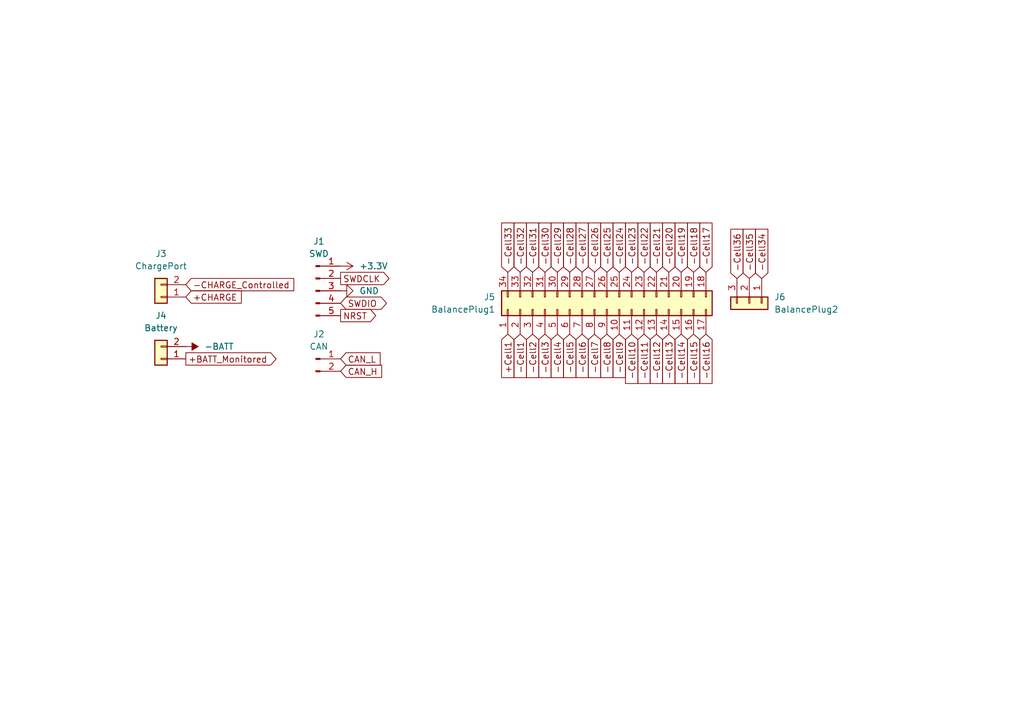
<source format=kicad_sch>
(kicad_sch (version 20230121) (generator eeschema)
  (paper "A5")
  (title_block (title "Ports/Connectors") (date "2023-09-06") (rev "1") (company "Dynamium"))
  (lib_symbols
    (symbol "Connector:Conn_01x02_Male" (pin_names (offset 1.016) hide)
      (property "Reference" "J" (at 0 2.54 0))
      (property "Value" "Conn_01x02_Male" (at 0 -5.08 0))
      (symbol "Conn_01x02_Male_1_1"
        (polyline (pts (xy 1.27 -2.54) (xy 0.8636 -2.54)) (stroke (width 0.1524)))
        (polyline (pts (xy 1.27 0) (xy 0.8636 0)) (stroke (width 0.1524)))
        (rectangle (start 0.8636 -2.413) (end 0 -2.667) (stroke (width 0.1524)) (fill (type outline)))
        (rectangle (start 0.8636 0.127) (end 0 -0.127) (stroke (width 0.1524)) (fill (type outline)))
        (pin passive line (at 5.08 0 180) (length 3.81) (name "Pin_1") (number "1"))
        (pin passive line (at 5.08 -2.54 180) (length 3.81) (name "Pin_2") (number "2"))
      )
    )
    (symbol "Connector:Conn_01x05_Pin" (pin_names (offset 1.016) hide)
      (property "Reference" "J" (at 0 7.62 0))
      (property "Value" "Conn_01x05_Pin" (at 0 -7.62 0))
      (symbol "Conn_01x05_Pin_1_1"
        (polyline (pts (xy 1.27 -5.08) (xy 0.8636 -5.08)) (stroke (width 0.1524)))
        (polyline (pts (xy 1.27 -2.54) (xy 0.8636 -2.54)) (stroke (width 0.1524)))
        (polyline (pts (xy 1.27 0) (xy 0.8636 0)) (stroke (width 0.1524)))
        (polyline (pts (xy 1.27 2.54) (xy 0.8636 2.54)) (stroke (width 0.1524)))
        (polyline (pts (xy 1.27 5.08) (xy 0.8636 5.08)) (stroke (width 0.1524)))
        (rectangle (start 0.8636 -4.953) (end 0 -5.207) (stroke (width 0.1524)) (fill (type outline)))
        (rectangle (start 0.8636 -2.413) (end 0 -2.667) (stroke (width 0.1524)) (fill (type outline)))
        (rectangle (start 0.8636 0.127) (end 0 -0.127) (stroke (width 0.1524)) (fill (type outline)))
        (rectangle (start 0.8636 2.667) (end 0 2.413) (stroke (width 0.1524)) (fill (type outline)))
        (rectangle (start 0.8636 5.207) (end 0 4.953) (stroke (width 0.1524)) (fill (type outline)))
        (pin passive line (at 5.08 5.08 180) (length 3.81) (name "Pin_1") (number "1"))
        (pin passive line (at 5.08 2.54 180) (length 3.81) (name "Pin_2") (number "2"))
        (pin passive line (at 5.08 0 180) (length 3.81) (name "Pin_3") (number "3"))
        (pin passive line (at 5.08 -2.54 180) (length 3.81) (name "Pin_4") (number "4"))
        (pin passive line (at 5.08 -5.08 180) (length 3.81) (name "Pin_5") (number "5"))
      )
    )
    (symbol "Connector_Generic:Conn_01x02" (pin_names (offset 1.016) hide)
      (property "Reference" "J" (at 0 2.54 0))
      (property "Value" "Conn_01x02" (at 0 -5.08 0))
      (symbol "Conn_01x02_1_1"
        (rectangle (start -1.27 -2.413) (end 0 -2.667) (stroke (width 0.1524)))
        (rectangle (start -1.27 0.127) (end 0 -0.127) (stroke (width 0.1524)))
        (rectangle (start -1.27 1.27) (end 1.27 -3.81) (stroke (width 0.254)) (fill (type background)))
        (pin passive line (at -5.08 0 0) (length 3.81) (name "Pin_1") (number "1"))
        (pin passive line (at -5.08 -2.54 0) (length 3.81) (name "Pin_2") (number "2"))
      )
    )
    (symbol "Connector_Generic:Conn_01x03" (pin_names (offset 1.016) hide)
      (property "Reference" "J" (at 0 5.08 0))
      (property "Value" "Conn_01x03" (at 0 -5.08 0))
      (symbol "Conn_01x03_1_1"
        (rectangle (start -1.27 -2.413) (end 0 -2.667) (stroke (width 0.1524)))
        (rectangle (start -1.27 0.127) (end 0 -0.127) (stroke (width 0.1524)))
        (rectangle (start -1.27 2.667) (end 0 2.413) (stroke (width 0.1524)))
        (rectangle (start -1.27 3.81) (end 1.27 -3.81) (stroke (width 0.254)) (fill (type background)))
        (pin passive line (at -5.08 2.54 0) (length 3.81) (name "Pin_1") (number "1"))
        (pin passive line (at -5.08 0 0) (length 3.81) (name "Pin_2") (number "2"))
        (pin passive line (at -5.08 -2.54 0) (length 3.81) (name "Pin_3") (number "3"))
      )
    )
    (symbol "Connector_Generic:Conn_02x17_Counter_Clockwise" (pin_names (offset 1.016) hide)
      (property "Reference" "J" (at 1.27 22.86 0))
      (property "Value" "Conn_02x17_Counter_Clockwise" (at 1.27 -22.86 0))
      (symbol "Conn_02x17_Counter_Clockwise_1_1"
        (rectangle (start -1.27 -20.193) (end 0 -20.447) (stroke (width 0.1524)))
        (rectangle (start -1.27 -17.653) (end 0 -17.907) (stroke (width 0.1524)))
        (rectangle (start -1.27 -15.113) (end 0 -15.367) (stroke (width 0.1524)))
        (rectangle (start -1.27 -12.573) (end 0 -12.827) (stroke (width 0.1524)))
        (rectangle (start -1.27 -10.033) (end 0 -10.287) (stroke (width 0.1524)))
        (rectangle (start -1.27 -7.493) (end 0 -7.747) (stroke (width 0.1524)))
        (rectangle (start -1.27 -4.953) (end 0 -5.207) (stroke (width 0.1524)))
        (rectangle (start -1.27 -2.413) (end 0 -2.667) (stroke (width 0.1524)))
        (rectangle (start -1.27 0.127) (end 0 -0.127) (stroke (width 0.1524)))
        (rectangle (start -1.27 2.667) (end 0 2.413) (stroke (width 0.1524)))
        (rectangle (start -1.27 5.207) (end 0 4.953) (stroke (width 0.1524)))
        (rectangle (start -1.27 7.747) (end 0 7.493) (stroke (width 0.1524)))
        (rectangle (start -1.27 10.287) (end 0 10.033) (stroke (width 0.1524)))
        (rectangle (start -1.27 12.827) (end 0 12.573) (stroke (width 0.1524)))
        (rectangle (start -1.27 15.367) (end 0 15.113) (stroke (width 0.1524)))
        (rectangle (start -1.27 17.907) (end 0 17.653) (stroke (width 0.1524)))
        (rectangle (start -1.27 20.447) (end 0 20.193) (stroke (width 0.1524)))
        (rectangle (start -1.27 21.59) (end 3.81 -21.59) (stroke (width 0.254)) (fill (type background)))
        (rectangle (start 3.81 -20.193) (end 2.54 -20.447) (stroke (width 0.1524)))
        (rectangle (start 3.81 -17.653) (end 2.54 -17.907) (stroke (width 0.1524)))
        (rectangle (start 3.81 -15.113) (end 2.54 -15.367) (stroke (width 0.1524)))
        (rectangle (start 3.81 -12.573) (end 2.54 -12.827) (stroke (width 0.1524)))
        (rectangle (start 3.81 -10.033) (end 2.54 -10.287) (stroke (width 0.1524)))
        (rectangle (start 3.81 -7.493) (end 2.54 -7.747) (stroke (width 0.1524)))
        (rectangle (start 3.81 -4.953) (end 2.54 -5.207) (stroke (width 0.1524)))
        (rectangle (start 3.81 -2.413) (end 2.54 -2.667) (stroke (width 0.1524)))
        (rectangle (start 3.81 0.127) (end 2.54 -0.127) (stroke (width 0.1524)))
        (rectangle (start 3.81 2.667) (end 2.54 2.413) (stroke (width 0.1524)))
        (rectangle (start 3.81 5.207) (end 2.54 4.953) (stroke (width 0.1524)))
        (rectangle (start 3.81 7.747) (end 2.54 7.493) (stroke (width 0.1524)))
        (rectangle (start 3.81 10.287) (end 2.54 10.033) (stroke (width 0.1524)))
        (rectangle (start 3.81 12.827) (end 2.54 12.573) (stroke (width 0.1524)))
        (rectangle (start 3.81 15.367) (end 2.54 15.113) (stroke (width 0.1524)))
        (rectangle (start 3.81 17.907) (end 2.54 17.653) (stroke (width 0.1524)))
        (rectangle (start 3.81 20.447) (end 2.54 20.193) (stroke (width 0.1524)))
        (pin passive line (at -5.08 20.32 0) (length 3.81) (name "Pin_1") (number "1"))
        (pin passive line (at -5.08 -2.54 0) (length 3.81) (name "Pin_10") (number "10"))
        (pin passive line (at -5.08 -5.08 0) (length 3.81) (name "Pin_11") (number "11"))
        (pin passive line (at -5.08 -7.62 0) (length 3.81) (name "Pin_12") (number "12"))
        (pin passive line (at -5.08 -10.16 0) (length 3.81) (name "Pin_13") (number "13"))
        (pin passive line (at -5.08 -12.7 0) (length 3.81) (name "Pin_14") (number "14"))
        (pin passive line (at -5.08 -15.24 0) (length 3.81) (name "Pin_15") (number "15"))
        (pin passive line (at -5.08 -17.78 0) (length 3.81) (name "Pin_16") (number "16"))
        (pin passive line (at -5.08 -20.32 0) (length 3.81) (name "Pin_17") (number "17"))
        (pin passive line (at 7.62 -20.32 180) (length 3.81) (name "Pin_18") (number "18"))
        (pin passive line (at 7.62 -17.78 180) (length 3.81) (name "Pin_19") (number "19"))
        (pin passive line (at -5.08 17.78 0) (length 3.81) (name "Pin_2") (number "2"))
        (pin passive line (at 7.62 -15.24 180) (length 3.81) (name "Pin_20") (number "20"))
        (pin passive line (at 7.62 -12.7 180) (length 3.81) (name "Pin_21") (number "21"))
        (pin passive line (at 7.62 -10.16 180) (length 3.81) (name "Pin_22") (number "22"))
        (pin passive line (at 7.62 -7.62 180) (length 3.81) (name "Pin_23") (number "23"))
        (pin passive line (at 7.62 -5.08 180) (length 3.81) (name "Pin_24") (number "24"))
        (pin passive line (at 7.62 -2.54 180) (length 3.81) (name "Pin_25") (number "25"))
        (pin passive line (at 7.62 0 180) (length 3.81) (name "Pin_26") (number "26"))
        (pin passive line (at 7.62 2.54 180) (length 3.81) (name "Pin_27") (number "27"))
        (pin passive line (at 7.62 5.08 180) (length 3.81) (name "Pin_28") (number "28"))
        (pin passive line (at 7.62 7.62 180) (length 3.81) (name "Pin_29") (number "29"))
        (pin passive line (at -5.08 15.24 0) (length 3.81) (name "Pin_3") (number "3"))
        (pin passive line (at 7.62 10.16 180) (length 3.81) (name "Pin_30") (number "30"))
        (pin passive line (at 7.62 12.7 180) (length 3.81) (name "Pin_31") (number "31"))
        (pin passive line (at 7.62 15.24 180) (length 3.81) (name "Pin_32") (number "32"))
        (pin passive line (at 7.62 17.78 180) (length 3.81) (name "Pin_33") (number "33"))
        (pin passive line (at 7.62 20.32 180) (length 3.81) (name "Pin_34") (number "34"))
        (pin passive line (at -5.08 12.7 0) (length 3.81) (name "Pin_4") (number "4"))
        (pin passive line (at -5.08 10.16 0) (length 3.81) (name "Pin_5") (number "5"))
        (pin passive line (at -5.08 7.62 0) (length 3.81) (name "Pin_6") (number "6"))
        (pin passive line (at -5.08 5.08 0) (length 3.81) (name "Pin_7") (number "7"))
        (pin passive line (at -5.08 2.54 0) (length 3.81) (name "Pin_8") (number "8"))
        (pin passive line (at -5.08 0 0) (length 3.81) (name "Pin_9") (number "9"))
      )
    )
    (symbol "power:+3.3V" (power) (pin_names (offset 0))
      (property "Value" "+3.3V" (at 0 3.556 0))
      (symbol "+3.3V_0_1"
        (polyline (pts (xy -0.762 1.27) (xy 0 2.54)))
        (polyline (pts (xy 0 0) (xy 0 2.54)))
        (polyline (pts (xy 0 2.54) (xy 0.762 1.27)))
      )
      (symbol "+3.3V_1_1"
        (pin power_in line (at 0 0 90) (length 0) hide (name "+3.3V") (number "1"))
      )
    )
    (symbol "power:-BATT" (power) (pin_names (offset 0))
      (property "Value" "-BATT" (at 0 3.556 0))
      (symbol "-BATT_0_1"
        (polyline (pts (xy 0 0) (xy 0 2.54)))
        (polyline (pts (xy 0.762 1.27) (xy -0.762 1.27) (xy 0 2.54) (xy 0.762 1.27)) (fill (type outline)))
      )
      (symbol "-BATT_1_1"
        (pin power_in line (at 0 0 90) (length 0) hide (name "-BATT") (number "1"))
      )
    )
    (symbol "power:GND" (power) (pin_names (offset 0))
      (property "Value" "GND" (at 0 -3.81 0))
      (symbol "GND_0_1"
        (polyline (pts (xy 0 0) (xy 0 -1.27) (xy 1.27 -1.27) (xy 0 -2.54) (xy -1.27 -1.27) (xy 0 -1.27)))
      )
      (symbol "GND_1_1"
        (pin power_in line (at 0 0 270) (length 0) hide (name "GND") (number "1"))
      )
    )
  )
  (global_label "-Cell33" (shape input) (at 104.14 55.88 90) (property "Intersheetrefs" "${INTERSHEET_REFS}" (effects hide)))
  (global_label "-Cell28" (shape input) (at 116.84 55.88 90) (property "Intersheetrefs" "${INTERSHEET_REFS}" (effects hide)))
  (global_label "-Cell30" (shape input) (at 111.76 55.88 90) (property "Intersheetrefs" "${INTERSHEET_REFS}" (effects hide)))
  (global_label "-Cell26" (shape input) (at 121.92 55.88 90) (property "Intersheetrefs" "${INTERSHEET_REFS}" (effects hide)))
  (global_label "-Cell10" (shape input) (at 129.54 68.58 270) (property "Intersheetrefs" "${INTERSHEET_REFS}" (effects hide)))
  (global_label "-Cell35" (shape input) (at 153.67 57.15 90) (property "Intersheetrefs" "${INTERSHEET_REFS}" (effects hide)))
  (global_label "-Cell14" (shape input) (at 139.7 68.58 270) (property "Intersheetrefs" "${INTERSHEET_REFS}" (effects hide)))
  (global_label "-Cell5" (shape input) (at 116.84 68.58 270) (property "Intersheetrefs" "${INTERSHEET_REFS}" (effects hide)))
  (global_label "-Cell18" (shape input) (at 142.24 55.88 90) (property "Intersheetrefs" "${INTERSHEET_REFS}" (effects hide)))
  (global_label "CAN_L" (shape input) (at 69.85 73.66 0) (property "Intersheetrefs" "${INTERSHEET_REFS}" (effects hide)))
  (global_label "-Cell25" (shape input) (at 124.46 55.88 90) (property "Intersheetrefs" "${INTERSHEET_REFS}" (effects hide)))
  (global_label "-Cell31" (shape input) (at 109.22 55.88 90) (property "Intersheetrefs" "${INTERSHEET_REFS}" (effects hide)))
  (global_label "+BATT_Monitored" (shape output) (at 38.1 73.66 0) (property "Intersheetrefs" "${INTERSHEET_REFS}" (effects hide)))
  (global_label "-Cell27" (shape input) (at 119.38 55.88 90) (property "Intersheetrefs" "${INTERSHEET_REFS}" (effects hide)))
  (global_label "-Cell2" (shape input) (at 109.22 68.58 270) (property "Intersheetrefs" "${INTERSHEET_REFS}" (effects hide)))
  (global_label "-Cell4" (shape input) (at 114.3 68.58 270) (property "Intersheetrefs" "${INTERSHEET_REFS}" (effects hide)))
  (global_label "-Cell24" (shape input) (at 127 55.88 90) (property "Intersheetrefs" "${INTERSHEET_REFS}" (effects hide)))
  (global_label "+Cell1" (shape input) (at 104.14 68.58 270) (property "Intersheetrefs" "${INTERSHEET_REFS}" (effects hide)))
  (global_label "-Cell8" (shape input) (at 124.46 68.58 270) (property "Intersheetrefs" "${INTERSHEET_REFS}" (effects hide)))
  (global_label "-Cell19" (shape input) (at 139.7 55.88 90) (property "Intersheetrefs" "${INTERSHEET_REFS}" (effects hide)))
  (global_label "CAN_H" (shape input) (at 69.85 76.2 0) (property "Intersheetrefs" "${INTERSHEET_REFS}" (effects hide)))
  (global_label "-Cell9" (shape input) (at 127 68.58 270) (property "Intersheetrefs" "${INTERSHEET_REFS}" (effects hide)))
  (global_label "-Cell32" (shape input) (at 106.68 55.88 90) (property "Intersheetrefs" "${INTERSHEET_REFS}" (effects hide)))
  (global_label "-Cell20" (shape input) (at 137.16 55.88 90) (property "Intersheetrefs" "${INTERSHEET_REFS}" (effects hide)))
  (global_label "-Cell22" (shape input) (at 132.08 55.88 90) (property "Intersheetrefs" "${INTERSHEET_REFS}" (effects hide)))
  (global_label "-Cell13" (shape input) (at 137.16 68.58 270) (property "Intersheetrefs" "${INTERSHEET_REFS}" (effects hide)))
  (global_label "-Cell12" (shape input) (at 134.62 68.58 270) (property "Intersheetrefs" "${INTERSHEET_REFS}" (effects hide)))
  (global_label "-Cell15" (shape input) (at 142.24 68.58 270) (property "Intersheetrefs" "${INTERSHEET_REFS}" (effects hide)))
  (global_label "SWDCLK" (shape output) (at 69.85 57.15 0) (property "Intersheetrefs" "${INTERSHEET_REFS}" (effects hide)))
  (global_label "+CHARGE" (shape input) (at 38.1 60.96 0) (property "Intersheetrefs" "${INTERSHEET_REFS}" (effects hide)))
  (global_label "-Cell29" (shape input) (at 114.3 55.88 90) (property "Intersheetrefs" "${INTERSHEET_REFS}" (effects hide)))
  (global_label "-Cell3" (shape input) (at 111.76 68.58 270) (property "Intersheetrefs" "${INTERSHEET_REFS}" (effects hide)))
  (global_label "-CHARGE_Controlled" (shape input) (at 38.1 58.42 0) (property "Intersheetrefs" "${INTERSHEET_REFS}" (effects hide)))
  (global_label "-Cell34" (shape input) (at 156.21 57.15 90) (property "Intersheetrefs" "${INTERSHEET_REFS}" (effects hide)))
  (global_label "-Cell6" (shape input) (at 119.38 68.58 270) (property "Intersheetrefs" "${INTERSHEET_REFS}" (effects hide)))
  (global_label "-Cell36" (shape input) (at 151.13 57.15 90) (property "Intersheetrefs" "${INTERSHEET_REFS}" (effects hide)))
  (global_label "-Cell23" (shape input) (at 129.54 55.88 90) (property "Intersheetrefs" "${INTERSHEET_REFS}" (effects hide)))
  (global_label "-Cell21" (shape input) (at 134.62 55.88 90) (property "Intersheetrefs" "${INTERSHEET_REFS}" (effects hide)))
  (global_label "-Cell17" (shape input) (at 144.78 55.88 90) (property "Intersheetrefs" "${INTERSHEET_REFS}" (effects hide)))
  (global_label "-Cell7" (shape input) (at 121.92 68.58 270) (property "Intersheetrefs" "${INTERSHEET_REFS}" (effects hide)))
  (global_label "-Cell1" (shape input) (at 106.68 68.58 270) (property "Intersheetrefs" "${INTERSHEET_REFS}" (effects hide)))
  (global_label "-Cell16" (shape input) (at 144.78 68.58 270) (property "Intersheetrefs" "${INTERSHEET_REFS}" (effects hide)))
  (global_label "NRST" (shape output) (at 69.85 64.77 0) (property "Intersheetrefs" "${INTERSHEET_REFS}" (effects hide)))
  (global_label "-Cell11" (shape input) (at 132.08 68.58 270) (property "Intersheetrefs" "${INTERSHEET_REFS}" (effects hide)))
  (global_label "SWDIO" (shape bidirectional) (at 69.85 62.23 0) (property "Intersheetrefs" "${INTERSHEET_REFS}" (effects hide)))
  (symbol (lib_id "Connector_Generic:Conn_01x02") (at 33.02 60.96 180) (unit 1)
    (property "Reference" "J3" (at 33.02 52.07 0))
    (property "Value" "ChargePort" (at 33.02 54.61 0))
  )
  (symbol (lib_id "Connector_Generic:Conn_01x03") (at 153.67 62.23 270) (unit 1)
    (property "Reference" "J6" (at 158.75 60.96 90) (effects (justify left)))
    (property "Value" "BalancePlug2" (at 158.75 63.5 90) (effects (justify left)))
    (property "Footprint" "Connector_JST:JST_PH_S3B-PH-K_1x03_P2.00mm_Horizontal" (effects hide))
  )
  (symbol (lib_id "Connector:Conn_01x05_Pin") (at 64.77 59.69 0) (unit 1)
    (property "Reference" "J1" (at 65.405 49.53 0))
    (property "Value" "SWD" (at 65.405 52.07 0))
  )
  (symbol (lib_id "power:+3.3V") (at 69.85 54.61 270) (unit 1)
    (property "Reference" "#PWR02" (effects hide))
    (property "Value" "+3.3V" (at 73.66 54.61 90) (effects (justify left)))
  )
  (symbol (lib_id "power:-BATT") (at 38.1 71.12 270) (unit 1)
    (property "Reference" "#PWR08" (effects hide))
    (property "Value" "-BATT" (at 41.91 71.12 90) (effects (justify left)))
  )
  (symbol (lib_id "power:GND") (at 69.85 59.69 90) (unit 1)
    (property "Reference" "#PWR024" (effects hide))
    (property "Value" "GND" (at 73.66 59.69 90) (effects (justify right)))
  )
  (symbol (lib_id "Connector:Conn_01x02_Male") (at 64.77 73.66 0) (unit 1)
    (property "Reference" "J2" (at 65.405 68.58 0))
    (property "Value" "CAN" (at 65.405 71.12 0))
  )
  (symbol (lib_id "Connector_Generic:Conn_01x02") (at 33.02 73.66 180) (unit 1)
    (property "Reference" "J4" (at 33.02 64.77 0))
    (property "Value" "Battery" (at 33.02 67.31 0))
  )
  (symbol (lib_id "Connector_Generic:Conn_02x17_Counter_Clockwise") (at 124.46 63.5 90) (unit 1)
    (property "Reference" "J5" (at 101.6 60.96 90) (effects (justify left)))
    (property "Value" "BalancePlug1" (at 101.6 63.5 90) (effects (justify left)))
    (property "Footprint" "Connector_JST:JST_PHD_S34B-PHDSS_2x17_P2.00mm_Horizontal" (effects hide))
  )
)
</source>
